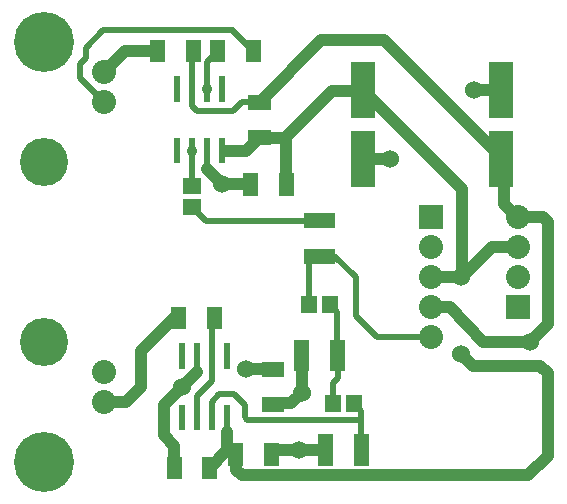
<source format=gtl>
G04 start of page 2 for group 0 idx 0 *
G04 Title: (unknown), top *
G04 Creator: pcb 20140316 *
G04 CreationDate: Fri 17 Jul 2015 05:09:26 PM GMT UTC *
G04 For: fosse *
G04 Format: Gerber/RS-274X *
G04 PCB-Dimensions (mil): 2170.00 1700.00 *
G04 PCB-Coordinate-Origin: lower left *
%MOIN*%
%FSLAX25Y25*%
%LNTOP*%
%ADD24C,0.0320*%
%ADD23C,0.0790*%
%ADD22C,0.0350*%
%ADD21C,0.0600*%
%ADD20C,0.0360*%
%ADD19R,0.0200X0.0200*%
%ADD18R,0.0815X0.0815*%
%ADD17R,0.0512X0.0512*%
%ADD16C,0.0001*%
%ADD15C,0.0800*%
%ADD14C,0.2000*%
%ADD13C,0.1600*%
%ADD12C,0.0400*%
%ADD11C,0.0200*%
G54D11*X122957Y67500D02*X123000Y83000D01*
X126500Y95405D02*X88552D01*
X132405Y50500D02*Y65138D01*
X130043Y67500D01*
X90500Y62095D02*X91405Y63000D01*
X126500Y83595D02*X131405D01*
X88552Y95405D02*X84000Y99957D01*
X90500Y49000D02*Y62095D01*
G54D12*X79595Y63000D02*X78000D01*
X67000Y52000D01*
G54D11*X85500Y29750D02*Y37000D01*
X140405Y29000D02*X102478Y29022D01*
X101500Y30000D01*
G54D12*X117000Y34500D02*X111405D01*
X111000Y34095D01*
G54D11*X140405Y32138D02*X138043Y34500D01*
G54D12*X111905Y19000D02*X110405Y17500D01*
X111905Y19000D02*X128595D01*
G54D11*X140405D02*Y32138D01*
G54D12*X120595Y50500D02*Y38095D01*
X117000Y34500D01*
G54D11*X130957D02*Y41457D01*
X132500Y43000D01*
Y50405D01*
X132405Y50500D01*
G54D12*X102000Y46000D02*X110905D01*
X111000Y45905D01*
X100500Y10500D02*X196000D01*
G54D11*X85500Y37000D02*X90500Y42000D01*
Y35000D02*X93000Y37500D01*
X98000D01*
X101500Y34000D01*
Y30000D01*
X90500Y42000D02*Y50250D01*
Y29750D02*Y35000D01*
G54D12*X89905Y13000D02*X95405Y18500D01*
X98500D01*
X95500Y18595D02*Y25000D01*
X98595Y17500D02*Y12405D01*
X100500Y10500D01*
X78095Y13000D02*Y20405D01*
X74500Y24000D01*
Y34000D01*
X85500Y45000D01*
X67000Y52000D02*Y40000D01*
X62000Y35000D01*
X54500D01*
G54D11*X131405Y83595D02*X138500Y76500D01*
Y63500D01*
X145500Y56500D01*
X163500D01*
G54D12*Y76500D02*X174000D01*
X184000Y86500D01*
X174000Y106000D02*Y76500D01*
X202500Y95000D02*Y61000D01*
X184000Y86500D02*X192500D01*
X181000Y55000D02*X170000Y66500D01*
X163500D01*
X164500Y65500D02*X163250Y66750D01*
X173500Y51000D02*X177500Y47000D01*
X202500Y61000D02*X196500Y55000D01*
X181000D01*
X177500Y47000D02*X200000D01*
X202500Y44500D01*
Y17000D01*
X196000Y10500D01*
X141000Y116083D02*X150083D01*
X167000Y112917D02*X141000Y138917D01*
X141417Y138500D02*X141459Y138459D01*
X141000Y138500D02*X141209Y138709D01*
X192500Y96500D02*X201000D01*
G54D11*X100500Y135000D02*X106405D01*
G54D12*X130500Y138500D02*X141000D01*
G54D11*X106405Y135000D02*X106500Y134905D01*
G54D12*X127095Y155500D02*X106500Y134905D01*
X115405Y123405D02*X130500Y138500D01*
X127095Y155500D02*X148000D01*
G54D11*X94000Y118750D02*X102155D01*
X106500Y123095D01*
G54D12*X95250Y118750D02*X102155D01*
X106453Y123048D01*
X106405Y123000D02*X115405D01*
G54D11*X84000Y118750D02*Y107043D01*
X89000Y118750D02*Y113000D01*
X94500Y107500D02*X103595D01*
G54D12*X103000D02*X94500D01*
X95000D02*X94000D01*
X89000Y112500D01*
X115405Y107500D02*Y123405D01*
G54D11*X84000Y151595D02*X84405Y152000D01*
X89000Y148405D02*Y139250D01*
Y148405D02*X92595Y152000D01*
X84000Y151595D02*Y133500D01*
X85500Y132000D01*
X97500D02*X100500Y135000D01*
X85500Y132000D02*X97500D01*
X97405Y159000D02*X104405Y152000D01*
X97500Y158905D02*X54405D01*
X48500Y153000D01*
Y149500D01*
X46500Y147500D01*
Y143000D01*
X54500Y135000D01*
G54D12*X72595Y152000D02*X61500D01*
X54500Y145000D01*
X187209Y116291D02*X148000Y155500D01*
X188000Y115500D02*Y101000D01*
X192500Y96500D01*
X201000D02*X202500Y95000D01*
X187000Y138917D02*X178083D01*
X167209Y112709D02*X167291D01*
X174000Y106000D01*
G54D13*X34500Y55000D03*
G54D14*Y15000D03*
G54D15*X54500Y45000D03*
Y35000D03*
G54D14*X34500Y155000D03*
G54D13*Y115000D03*
G54D15*X54500Y145000D03*
Y135000D03*
G54D16*G36*
X159500Y100500D02*Y92500D01*
X167500D01*
Y100500D01*
X159500D01*
G37*
G54D15*X192500Y96500D03*
X163500Y86500D03*
X192500D03*
X163500Y76500D03*
X192500D03*
X163500Y66500D03*
Y56500D03*
G54D16*G36*
X188500Y70500D02*Y62500D01*
X196500D01*
Y70500D01*
X188500D01*
G37*
G54D17*X123745Y83595D02*X129255D01*
X123745Y95405D02*X129255D01*
X122957Y67893D02*Y67107D01*
X130043Y67893D02*Y67107D01*
G54D18*X141000Y121398D02*Y110768D01*
X187000Y144232D02*Y133602D01*
Y121398D02*Y110768D01*
G54D17*X120595Y53255D02*Y47745D01*
X132405Y53255D02*Y47745D01*
X128595Y21755D02*Y16245D01*
X109819Y45905D02*X112181D01*
X110405Y18681D02*Y16319D01*
X130957Y34893D02*Y34107D01*
X140405Y21755D02*Y16245D01*
X138043Y34893D02*Y34107D01*
X109819Y34095D02*X112181D01*
G54D19*X80500Y33000D02*Y26500D01*
X85500Y33000D02*Y26500D01*
X90500Y33000D02*Y26500D01*
X95500Y33000D02*Y26500D01*
Y53500D02*Y47000D01*
G54D17*X98595Y18681D02*Y16319D01*
G54D19*X90500Y53500D02*Y47000D01*
G54D17*X91405Y64181D02*Y61819D01*
X89905Y14181D02*Y11819D01*
G54D19*X85500Y53500D02*Y47000D01*
X80500Y53500D02*Y47000D01*
G54D17*X79595Y64181D02*Y61819D01*
X78095Y14181D02*Y11819D01*
G54D18*X141000Y144232D02*Y133602D01*
G54D17*X92595Y153181D02*Y150819D01*
X104405Y153181D02*Y150819D01*
X72595Y153181D02*Y150819D01*
X84405Y153181D02*Y150819D01*
X105319Y134905D02*X107681D01*
G54D19*X79000Y122000D02*Y115500D01*
X84000Y122000D02*Y115500D01*
X89000Y122000D02*Y115500D01*
X94000Y122000D02*Y115500D01*
Y142500D02*Y136000D01*
X89000Y142500D02*Y136000D01*
X84000Y142500D02*Y136000D01*
X79000Y142500D02*Y136000D01*
G54D17*X105319Y123095D02*X107681D01*
X103595Y108681D02*Y106319D01*
X115405Y108681D02*Y106319D01*
X83607Y99957D02*X84393D01*
X83607Y107043D02*X84393D01*
G54D20*X84000Y118750D03*
G54D21*X94000Y107500D03*
X119500Y19000D03*
X120595Y38095D03*
X102000Y46000D03*
X150083Y116083D03*
X178083Y138917D03*
G54D20*X89000Y139250D03*
G54D21*X80500Y40000D03*
X196500Y55000D03*
X173500Y76500D03*
Y51000D03*
G54D11*G54D22*G54D11*G54D22*G54D23*G54D24*G54D23*G54D24*G54D12*M02*

</source>
